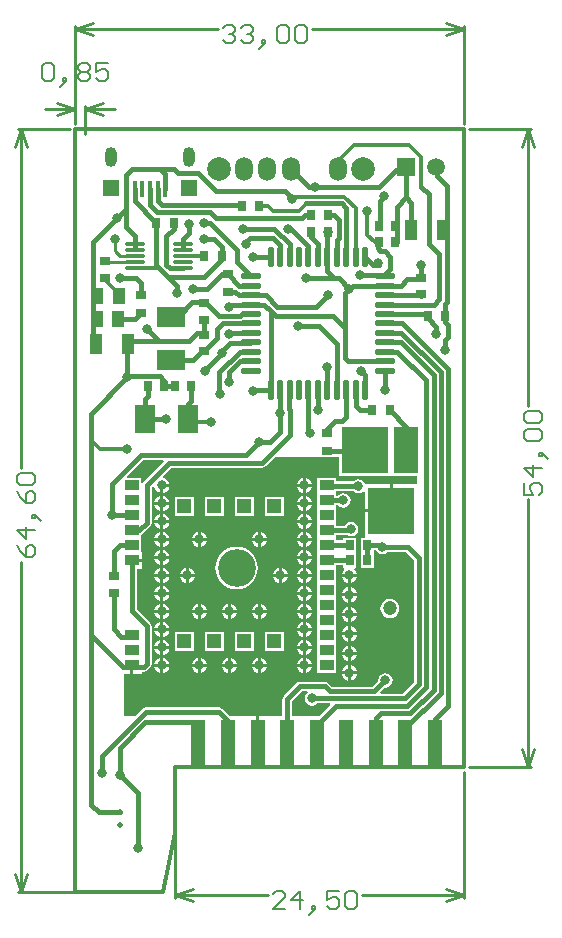
<source format=gtl>
%FSLAX25Y25*%
%MOIN*%
G70*
G01*
G75*
G04 Layer_Physical_Order=1*
G04 Layer_Color=255*
%ADD10R,0.02756X0.03543*%
%ADD11R,0.06693X0.09449*%
%ADD12O,0.06693X0.01181*%
%ADD13O,0.06890X0.02165*%
%ADD14O,0.02165X0.06890*%
%ADD15R,0.15748X0.15748*%
%ADD16R,0.07874X0.15748*%
%ADD17R,0.03543X0.02756*%
%ADD18R,0.01575X0.05315*%
%ADD19R,0.05512X0.05512*%
%ADD20R,0.04724X0.03543*%
%ADD21R,0.05000X0.05000*%
%ADD22R,0.03937X0.05512*%
%ADD23R,0.03150X0.03543*%
%ADD24R,0.04331X0.06693*%
%ADD25R,0.03543X0.03150*%
%ADD26R,0.09449X0.06693*%
%ADD27C,0.01575*%
%ADD28C,0.01181*%
%ADD29C,0.01378*%
%ADD30C,0.00984*%
%ADD31C,0.01000*%
%ADD32C,0.00600*%
%ADD33C,0.07874*%
%ADD34O,0.05906X0.07874*%
%ADD35O,0.03937X0.06693*%
%ADD36R,0.05906X0.05906*%
%ADD37C,0.05906*%
%ADD38C,0.12598*%
%ADD39R,0.04724X0.15748*%
%ADD40C,0.03150*%
%ADD41C,0.01969*%
%ADD42C,0.04724*%
G36*
X113116Y97916D02*
X112797Y97703D01*
X112275Y96922D01*
X112092Y96000D01*
X112275Y95078D01*
X112797Y94297D01*
X113578Y93775D01*
X114500Y93591D01*
X115422Y93775D01*
X116203Y94297D01*
X116268Y94394D01*
X120470D01*
X120662Y93932D01*
X116729Y90000D01*
X107905D01*
Y95134D01*
X111165Y98394D01*
X112970D01*
X113116Y97916D01*
D02*
G37*
G36*
X65162Y174932D02*
X58365Y168135D01*
X58128Y167781D01*
X57650Y167927D01*
Y169559D01*
X52983D01*
X52792Y170021D01*
X58165Y175394D01*
X64970D01*
X65162Y174932D01*
D02*
G37*
G36*
X123480Y170311D02*
X140803D01*
Y170311D01*
X140803D01*
X140803Y170311D01*
X141197D01*
Y170311D01*
X149500D01*
Y167374D01*
X141500D01*
Y158500D01*
X141000D01*
Y158000D01*
X132126D01*
Y149626D01*
D01*
Y149626D01*
X132059Y149559D01*
X130787D01*
Y144441D01*
Y139441D01*
X135118D01*
Y144441D01*
Y145394D01*
X135898D01*
X136297Y144797D01*
X137078Y144275D01*
X138000Y144091D01*
X138922Y144275D01*
X139703Y144797D01*
X139768Y144894D01*
X145835D01*
X148532Y142197D01*
Y101325D01*
X144813Y97606D01*
X137530D01*
X137338Y98068D01*
X138885Y99614D01*
X139000Y99591D01*
X139922Y99775D01*
X140703Y100297D01*
X141225Y101078D01*
X141409Y102000D01*
X141225Y102922D01*
X140703Y103703D01*
X139922Y104225D01*
X139000Y104409D01*
X138078Y104225D01*
X137297Y103703D01*
X136775Y102922D01*
X136591Y102000D01*
X136614Y101885D01*
X134697Y99968D01*
X121165D01*
X119998Y101135D01*
X119477Y101483D01*
X119375Y101504D01*
X118862Y101606D01*
X118862Y101606D01*
X110500D01*
X109886Y101483D01*
X109365Y101135D01*
X109365Y101135D01*
X105164Y96935D01*
X104816Y96414D01*
X104796Y96312D01*
X104694Y95799D01*
X104694Y95799D01*
Y90000D01*
X96945D01*
Y81102D01*
X95945D01*
Y90000D01*
X87271D01*
X84635Y92635D01*
X84114Y92983D01*
X84013Y93004D01*
X83500Y93106D01*
X83500Y93106D01*
X59159D01*
X58545Y92983D01*
X58024Y92635D01*
X58024Y92635D01*
X55389Y90000D01*
X52040D01*
X52000Y90047D01*
Y104228D01*
X54000D01*
Y107000D01*
X55000D01*
Y104228D01*
X57862D01*
Y104894D01*
X58500D01*
X58500Y104894D01*
X59013Y104996D01*
X59114Y105017D01*
X59635Y105365D01*
X60635Y106365D01*
X60635Y106365D01*
X60983Y106886D01*
X61106Y107500D01*
Y120000D01*
X61106Y120000D01*
X61004Y120512D01*
X60983Y120615D01*
X60635Y121135D01*
X60635Y121135D01*
X56106Y125665D01*
Y139228D01*
X57862D01*
Y141500D01*
X54500D01*
Y142500D01*
X57862D01*
Y144772D01*
X57650D01*
Y149441D01*
Y150540D01*
X58135Y150865D01*
X60635Y153365D01*
X60635Y153365D01*
X60983Y153885D01*
X61106Y154500D01*
Y166335D01*
X61488Y166717D01*
X61961Y166556D01*
X61992Y166328D01*
X62251Y165701D01*
X62664Y165164D01*
X63201Y164751D01*
X63828Y164491D01*
X64000Y164469D01*
Y167000D01*
X64500D01*
Y167500D01*
X67031D01*
X67009Y167672D01*
X66749Y168298D01*
X66336Y168836D01*
X65798Y169249D01*
X65172Y169509D01*
X64944Y169539D01*
X64783Y170012D01*
X67665Y172894D01*
X97954D01*
X97954Y172894D01*
X98467Y172996D01*
X98569Y173017D01*
X99090Y173365D01*
X99090Y173365D01*
X99090Y173365D01*
X102225Y176500D01*
X116941D01*
Y176382D01*
X122059D01*
Y176500D01*
X123480D01*
Y170311D01*
D02*
G37*
%LPC*%
G36*
X112500Y121531D02*
Y119500D01*
X114531D01*
X114508Y119672D01*
X114249Y120299D01*
X113836Y120836D01*
X113298Y121249D01*
X112672Y121509D01*
X112500Y121531D01*
D02*
G37*
G36*
X126500Y123500D02*
X124469D01*
X124492Y123328D01*
X124751Y122702D01*
X125164Y122164D01*
X125701Y121751D01*
X126328Y121492D01*
X126500Y121469D01*
Y123500D01*
D02*
G37*
G36*
X65000Y121531D02*
Y119500D01*
X67031D01*
X67009Y119672D01*
X66749Y120299D01*
X66336Y120836D01*
X65798Y121249D01*
X65172Y121509D01*
X65000Y121531D01*
D02*
G37*
G36*
X111500D02*
X111328Y121509D01*
X110702Y121249D01*
X110164Y120836D01*
X109751Y120299D01*
X109492Y119672D01*
X109469Y119500D01*
X111500D01*
Y121531D01*
D02*
G37*
G36*
X129531Y123500D02*
X127500D01*
Y121469D01*
X127672Y121492D01*
X128298Y121751D01*
X128836Y122164D01*
X129249Y122702D01*
X129508Y123328D01*
X129531Y123500D01*
D02*
G37*
G36*
X76500Y124500D02*
X74469D01*
X74492Y124328D01*
X74751Y123702D01*
X75164Y123164D01*
X75701Y122751D01*
X76328Y122492D01*
X76500Y122469D01*
Y124500D01*
D02*
G37*
G36*
X79531D02*
X77500D01*
Y122469D01*
X77672Y122492D01*
X78298Y122751D01*
X78836Y123164D01*
X79249Y123702D01*
X79509Y124328D01*
X79531Y124500D01*
D02*
G37*
G36*
X64000D02*
X61969D01*
X61992Y124328D01*
X62251Y123702D01*
X62664Y123164D01*
X63201Y122751D01*
X63828Y122492D01*
X64000Y122469D01*
Y124500D01*
D02*
G37*
G36*
X67031D02*
X65000D01*
Y122469D01*
X65172Y122492D01*
X65798Y122751D01*
X66336Y123164D01*
X66749Y123702D01*
X67009Y124328D01*
X67031Y124500D01*
D02*
G37*
G36*
X64000Y121531D02*
X63828Y121509D01*
X63201Y121249D01*
X62664Y120836D01*
X62251Y120299D01*
X61992Y119672D01*
X61969Y119500D01*
X64000D01*
Y121531D01*
D02*
G37*
G36*
X129531Y117000D02*
X127500D01*
Y114969D01*
X127672Y114991D01*
X128298Y115251D01*
X128836Y115664D01*
X129249Y116201D01*
X129508Y116828D01*
X129531Y117000D01*
D02*
G37*
G36*
X64000Y118500D02*
X61969D01*
X61992Y118328D01*
X62251Y117701D01*
X62664Y117164D01*
X63201Y116751D01*
X63828Y116491D01*
X64000Y116469D01*
Y118500D01*
D02*
G37*
G36*
X112500Y115531D02*
Y113500D01*
X114531D01*
X114508Y113672D01*
X114249Y114298D01*
X113836Y114836D01*
X113298Y115249D01*
X112672Y115508D01*
X112500Y115531D01*
D02*
G37*
G36*
X126500Y117000D02*
X124469D01*
X124492Y116828D01*
X124751Y116201D01*
X125164Y115664D01*
X125701Y115251D01*
X126328Y114991D01*
X126500Y114969D01*
Y117000D01*
D02*
G37*
G36*
X67031Y118500D02*
X65000D01*
Y116469D01*
X65172Y116491D01*
X65798Y116751D01*
X66336Y117164D01*
X66749Y117701D01*
X67009Y118328D01*
X67031Y118500D01*
D02*
G37*
G36*
X126500Y120031D02*
X126328Y120009D01*
X125701Y119749D01*
X125164Y119336D01*
X124751Y118798D01*
X124492Y118172D01*
X124469Y118000D01*
X126500D01*
Y120031D01*
D02*
G37*
G36*
X127500D02*
Y118000D01*
X129531D01*
X129508Y118172D01*
X129249Y118798D01*
X128836Y119336D01*
X128298Y119749D01*
X127672Y120009D01*
X127500Y120031D01*
D02*
G37*
G36*
X111500Y118500D02*
X109469D01*
X109492Y118328D01*
X109751Y117701D01*
X110164Y117164D01*
X110702Y116751D01*
X111328Y116491D01*
X111500Y116469D01*
Y118500D01*
D02*
G37*
G36*
X114531D02*
X112500D01*
Y116469D01*
X112672Y116491D01*
X113298Y116751D01*
X113836Y117164D01*
X114249Y117701D01*
X114508Y118328D01*
X114531Y118500D01*
D02*
G37*
G36*
X86500Y124500D02*
X84469D01*
X84491Y124328D01*
X84751Y123702D01*
X85164Y123164D01*
X85702Y122751D01*
X86328Y122492D01*
X86500Y122469D01*
Y124500D01*
D02*
G37*
G36*
Y127531D02*
X86328Y127508D01*
X85702Y127249D01*
X85164Y126836D01*
X84751Y126298D01*
X84491Y125672D01*
X84469Y125500D01*
X86500D01*
Y127531D01*
D02*
G37*
G36*
X87500D02*
Y125500D01*
X89531D01*
X89508Y125672D01*
X89249Y126298D01*
X88836Y126836D01*
X88298Y127249D01*
X87672Y127508D01*
X87500Y127531D01*
D02*
G37*
G36*
X76500D02*
X76328Y127508D01*
X75701Y127249D01*
X75164Y126836D01*
X74751Y126298D01*
X74492Y125672D01*
X74469Y125500D01*
X76500D01*
Y127531D01*
D02*
G37*
G36*
X77500D02*
Y125500D01*
X79531D01*
X79509Y125672D01*
X79249Y126298D01*
X78836Y126836D01*
X78298Y127249D01*
X77672Y127508D01*
X77500Y127531D01*
D02*
G37*
G36*
X96500D02*
X96328Y127508D01*
X95701Y127249D01*
X95164Y126836D01*
X94751Y126298D01*
X94491Y125672D01*
X94469Y125500D01*
X96500D01*
Y127531D01*
D02*
G37*
G36*
X112500D02*
Y125500D01*
X114531D01*
X114508Y125672D01*
X114249Y126298D01*
X113836Y126836D01*
X113298Y127249D01*
X112672Y127508D01*
X112500Y127531D01*
D02*
G37*
G36*
X126500Y130000D02*
X124469D01*
X124492Y129828D01*
X124751Y129201D01*
X125164Y128664D01*
X125701Y128251D01*
X126328Y127991D01*
X126500Y127969D01*
Y130000D01*
D02*
G37*
G36*
X97500Y127531D02*
Y125500D01*
X99531D01*
X99509Y125672D01*
X99249Y126298D01*
X98836Y126836D01*
X98299Y127249D01*
X97672Y127508D01*
X97500Y127531D01*
D02*
G37*
G36*
X111500D02*
X111328Y127508D01*
X110702Y127249D01*
X110164Y126836D01*
X109751Y126298D01*
X109492Y125672D01*
X109469Y125500D01*
X111500D01*
Y127531D01*
D02*
G37*
G36*
X65000D02*
Y125500D01*
X67031D01*
X67009Y125672D01*
X66749Y126298D01*
X66336Y126836D01*
X65798Y127249D01*
X65172Y127508D01*
X65000Y127531D01*
D02*
G37*
G36*
X99531Y124500D02*
X97500D01*
Y122469D01*
X97672Y122492D01*
X98299Y122751D01*
X98836Y123164D01*
X99249Y123702D01*
X99509Y124328D01*
X99531Y124500D01*
D02*
G37*
G36*
X111500D02*
X109469D01*
X109492Y124328D01*
X109751Y123702D01*
X110164Y123164D01*
X110702Y122751D01*
X111328Y122492D01*
X111500Y122469D01*
Y124500D01*
D02*
G37*
G36*
X89531D02*
X87500D01*
Y122469D01*
X87672Y122492D01*
X88298Y122751D01*
X88836Y123164D01*
X89249Y123702D01*
X89508Y124328D01*
X89531Y124500D01*
D02*
G37*
G36*
X96500D02*
X94469D01*
X94491Y124328D01*
X94751Y123702D01*
X95164Y123164D01*
X95701Y122751D01*
X96328Y122492D01*
X96500Y122469D01*
Y124500D01*
D02*
G37*
G36*
X114531D02*
X112500D01*
Y122469D01*
X112672Y122492D01*
X113298Y122751D01*
X113836Y123164D01*
X114249Y123702D01*
X114508Y124328D01*
X114531Y124500D01*
D02*
G37*
G36*
X127500Y126531D02*
Y124500D01*
X129531D01*
X129508Y124672D01*
X129249Y125299D01*
X128836Y125836D01*
X128298Y126249D01*
X127672Y126508D01*
X127500Y126531D01*
D02*
G37*
G36*
X64000Y127531D02*
X63828Y127508D01*
X63201Y127249D01*
X62664Y126836D01*
X62251Y126298D01*
X61992Y125672D01*
X61969Y125500D01*
X64000D01*
Y127531D01*
D02*
G37*
G36*
X140500Y129177D02*
X139678Y129069D01*
X138912Y128751D01*
X138254Y128246D01*
X137749Y127588D01*
X137432Y126822D01*
X137323Y126000D01*
X137432Y125178D01*
X137749Y124412D01*
X138254Y123754D01*
X138912Y123249D01*
X139678Y122932D01*
X140500Y122823D01*
X141322Y122932D01*
X142088Y123249D01*
X142746Y123754D01*
X143251Y124412D01*
X143569Y125178D01*
X143677Y126000D01*
X143569Y126822D01*
X143251Y127588D01*
X142746Y128246D01*
X142088Y128751D01*
X141322Y129069D01*
X140500Y129177D01*
D02*
G37*
G36*
X126500Y126531D02*
X126328Y126508D01*
X125701Y126249D01*
X125164Y125836D01*
X124751Y125299D01*
X124492Y124672D01*
X124469Y124500D01*
X126500D01*
Y126531D01*
D02*
G37*
G36*
Y107031D02*
X126328Y107009D01*
X125701Y106749D01*
X125164Y106336D01*
X124751Y105798D01*
X124492Y105172D01*
X124469Y105000D01*
X126500D01*
Y107031D01*
D02*
G37*
G36*
X127500D02*
Y105000D01*
X129531D01*
X129508Y105172D01*
X129249Y105798D01*
X128836Y106336D01*
X128298Y106749D01*
X127672Y107009D01*
X127500Y107031D01*
D02*
G37*
G36*
X111500Y106500D02*
X109469D01*
X109492Y106328D01*
X109751Y105701D01*
X110164Y105164D01*
X110702Y104751D01*
X111328Y104491D01*
X111500Y104469D01*
Y106500D01*
D02*
G37*
G36*
X114531D02*
X112500D01*
Y104469D01*
X112672Y104491D01*
X113298Y104751D01*
X113836Y105164D01*
X114249Y105701D01*
X114508Y106328D01*
X114531Y106500D01*
D02*
G37*
G36*
X64000Y109531D02*
X63828Y109509D01*
X63201Y109249D01*
X62664Y108836D01*
X62251Y108299D01*
X61992Y107672D01*
X61969Y107500D01*
X64000D01*
Y109531D01*
D02*
G37*
G36*
X77500D02*
Y107500D01*
X79531D01*
X79509Y107672D01*
X79249Y108299D01*
X78836Y108836D01*
X78298Y109249D01*
X77672Y109509D01*
X77500Y109531D01*
D02*
G37*
G36*
X86500D02*
X86328Y109509D01*
X85702Y109249D01*
X85164Y108836D01*
X84751Y108299D01*
X84491Y107672D01*
X84469Y107500D01*
X86500D01*
Y109531D01*
D02*
G37*
G36*
X65000D02*
Y107500D01*
X67031D01*
X67009Y107672D01*
X66749Y108299D01*
X66336Y108836D01*
X65798Y109249D01*
X65172Y109509D01*
X65000Y109531D01*
D02*
G37*
G36*
X76500D02*
X76328Y109509D01*
X75701Y109249D01*
X75164Y108836D01*
X74751Y108299D01*
X74492Y107672D01*
X74469Y107500D01*
X76500D01*
Y109531D01*
D02*
G37*
G36*
X99531Y106500D02*
X97500D01*
Y104469D01*
X97672Y104491D01*
X98299Y104751D01*
X98836Y105164D01*
X99249Y105701D01*
X99509Y106328D01*
X99531Y106500D01*
D02*
G37*
G36*
X64000D02*
X61969D01*
X61992Y106328D01*
X62251Y105701D01*
X62664Y105164D01*
X63201Y104751D01*
X63828Y104491D01*
X64000Y104469D01*
Y106500D01*
D02*
G37*
G36*
X67031D02*
X65000D01*
Y104469D01*
X65172Y104491D01*
X65798Y104751D01*
X66336Y105164D01*
X66749Y105701D01*
X67009Y106328D01*
X67031Y106500D01*
D02*
G37*
G36*
X126500Y104000D02*
X124469D01*
X124492Y103828D01*
X124751Y103201D01*
X125164Y102664D01*
X125701Y102251D01*
X126328Y101991D01*
X126500Y101969D01*
Y104000D01*
D02*
G37*
G36*
X129531D02*
X127500D01*
Y101969D01*
X127672Y101991D01*
X128298Y102251D01*
X128836Y102664D01*
X129249Y103201D01*
X129508Y103828D01*
X129531Y104000D01*
D02*
G37*
G36*
X76500Y106500D02*
X74469D01*
X74492Y106328D01*
X74751Y105701D01*
X75164Y105164D01*
X75701Y104751D01*
X76328Y104491D01*
X76500Y104469D01*
Y106500D01*
D02*
G37*
G36*
X89531D02*
X87500D01*
Y104469D01*
X87672Y104491D01*
X88298Y104751D01*
X88836Y105164D01*
X89249Y105701D01*
X89508Y106328D01*
X89531Y106500D01*
D02*
G37*
G36*
X96500D02*
X94469D01*
X94491Y106328D01*
X94751Y105701D01*
X95164Y105164D01*
X95701Y104751D01*
X96328Y104491D01*
X96500Y104469D01*
Y106500D01*
D02*
G37*
G36*
X79531D02*
X77500D01*
Y104469D01*
X77672Y104491D01*
X78298Y104751D01*
X78836Y105164D01*
X79249Y105701D01*
X79509Y106328D01*
X79531Y106500D01*
D02*
G37*
G36*
X86500D02*
X84469D01*
X84491Y106328D01*
X84751Y105701D01*
X85164Y105164D01*
X85702Y104751D01*
X86328Y104491D01*
X86500Y104469D01*
Y106500D01*
D02*
G37*
G36*
X87500Y109531D02*
Y107500D01*
X89531D01*
X89508Y107672D01*
X89249Y108299D01*
X88836Y108836D01*
X88298Y109249D01*
X87672Y109509D01*
X87500Y109531D01*
D02*
G37*
G36*
X75287Y118287D02*
X68713D01*
Y111713D01*
X75287D01*
Y118287D01*
D02*
G37*
G36*
X85287D02*
X78713D01*
Y111713D01*
X85287D01*
Y118287D01*
D02*
G37*
G36*
X126500Y113531D02*
X126328Y113508D01*
X125701Y113249D01*
X125164Y112836D01*
X124751Y112299D01*
X124492Y111672D01*
X124469Y111500D01*
X126500D01*
Y113531D01*
D02*
G37*
G36*
X127500D02*
Y111500D01*
X129531D01*
X129508Y111672D01*
X129249Y112299D01*
X128836Y112836D01*
X128298Y113249D01*
X127672Y113508D01*
X127500Y113531D01*
D02*
G37*
G36*
X95287Y118287D02*
X88713D01*
Y111713D01*
X95287D01*
Y118287D01*
D02*
G37*
G36*
X65000Y115531D02*
Y113500D01*
X67031D01*
X67009Y113672D01*
X66749Y114298D01*
X66336Y114836D01*
X65798Y115249D01*
X65172Y115508D01*
X65000Y115531D01*
D02*
G37*
G36*
X111500D02*
X111328Y115508D01*
X110702Y115249D01*
X110164Y114836D01*
X109751Y114298D01*
X109492Y113672D01*
X109469Y113500D01*
X111500D01*
Y115531D01*
D02*
G37*
G36*
X105287Y118287D02*
X98713D01*
Y111713D01*
X105287D01*
Y118287D01*
D02*
G37*
G36*
X64000Y115531D02*
X63828Y115508D01*
X63201Y115249D01*
X62664Y114836D01*
X62251Y114298D01*
X61992Y113672D01*
X61969Y113500D01*
X64000D01*
Y115531D01*
D02*
G37*
G36*
X114531Y112500D02*
X112500D01*
Y110469D01*
X112672Y110492D01*
X113298Y110751D01*
X113836Y111164D01*
X114249Y111702D01*
X114508Y112328D01*
X114531Y112500D01*
D02*
G37*
G36*
X111500Y109531D02*
X111328Y109509D01*
X110702Y109249D01*
X110164Y108836D01*
X109751Y108299D01*
X109492Y107672D01*
X109469Y107500D01*
X111500D01*
Y109531D01*
D02*
G37*
G36*
X112500D02*
Y107500D01*
X114531D01*
X114508Y107672D01*
X114249Y108299D01*
X113836Y108836D01*
X113298Y109249D01*
X112672Y109509D01*
X112500Y109531D01*
D02*
G37*
G36*
X96500D02*
X96328Y109509D01*
X95701Y109249D01*
X95164Y108836D01*
X94751Y108299D01*
X94491Y107672D01*
X94469Y107500D01*
X96500D01*
Y109531D01*
D02*
G37*
G36*
X97500D02*
Y107500D01*
X99531D01*
X99509Y107672D01*
X99249Y108299D01*
X98836Y108836D01*
X98299Y109249D01*
X97672Y109509D01*
X97500Y109531D01*
D02*
G37*
G36*
X126500Y110500D02*
X124469D01*
X124492Y110328D01*
X124751Y109702D01*
X125164Y109164D01*
X125701Y108751D01*
X126328Y108492D01*
X126500Y108469D01*
Y110500D01*
D02*
G37*
G36*
X67031Y112500D02*
X65000D01*
Y110469D01*
X65172Y110492D01*
X65798Y110751D01*
X66336Y111164D01*
X66749Y111702D01*
X67009Y112328D01*
X67031Y112500D01*
D02*
G37*
G36*
X111500D02*
X109469D01*
X109492Y112328D01*
X109751Y111702D01*
X110164Y111164D01*
X110702Y110751D01*
X111328Y110492D01*
X111500Y110469D01*
Y112500D01*
D02*
G37*
G36*
X129531Y110500D02*
X127500D01*
Y108469D01*
X127672Y108492D01*
X128298Y108751D01*
X128836Y109164D01*
X129249Y109702D01*
X129508Y110328D01*
X129531Y110500D01*
D02*
G37*
G36*
X64000Y112500D02*
X61969D01*
X61992Y112328D01*
X62251Y111702D01*
X62664Y111164D01*
X63201Y110751D01*
X63828Y110492D01*
X64000Y110469D01*
Y112500D01*
D02*
G37*
G36*
X129531Y130000D02*
X127500D01*
Y127969D01*
X127672Y127991D01*
X128298Y128251D01*
X128836Y128664D01*
X129249Y129201D01*
X129508Y129828D01*
X129531Y130000D01*
D02*
G37*
G36*
X112500Y151531D02*
Y149500D01*
X114531D01*
X114508Y149672D01*
X114249Y150299D01*
X113836Y150836D01*
X113298Y151249D01*
X112672Y151508D01*
X112500Y151531D01*
D02*
G37*
G36*
X64000Y154500D02*
X61969D01*
X61992Y154328D01*
X62251Y153701D01*
X62664Y153164D01*
X63201Y152751D01*
X63828Y152491D01*
X64000Y152469D01*
Y154500D01*
D02*
G37*
G36*
X97500Y151531D02*
Y149500D01*
X99531D01*
X99509Y149672D01*
X99249Y150299D01*
X98836Y150836D01*
X98299Y151249D01*
X97672Y151508D01*
X97500Y151531D01*
D02*
G37*
G36*
X111500D02*
X111328Y151508D01*
X110702Y151249D01*
X110164Y150836D01*
X109751Y150299D01*
X109492Y149672D01*
X109469Y149500D01*
X111500D01*
Y151531D01*
D02*
G37*
G36*
X67031Y154500D02*
X65000D01*
Y152469D01*
X65172Y152491D01*
X65798Y152751D01*
X66336Y153164D01*
X66749Y153701D01*
X67009Y154328D01*
X67031Y154500D01*
D02*
G37*
G36*
X64000Y157531D02*
X63828Y157509D01*
X63201Y157249D01*
X62664Y156836D01*
X62251Y156298D01*
X61992Y155672D01*
X61969Y155500D01*
X64000D01*
Y157531D01*
D02*
G37*
G36*
X65000D02*
Y155500D01*
X67031D01*
X67009Y155672D01*
X66749Y156298D01*
X66336Y156836D01*
X65798Y157249D01*
X65172Y157509D01*
X65000Y157531D01*
D02*
G37*
G36*
X111500Y154500D02*
X109469D01*
X109492Y154328D01*
X109751Y153701D01*
X110164Y153164D01*
X110702Y152751D01*
X111328Y152491D01*
X111500Y152469D01*
Y154500D01*
D02*
G37*
G36*
X114531D02*
X112500D01*
Y152469D01*
X112672Y152491D01*
X113298Y152751D01*
X113836Y153164D01*
X114249Y153701D01*
X114508Y154328D01*
X114531Y154500D01*
D02*
G37*
G36*
X96500Y151531D02*
X96328Y151508D01*
X95701Y151249D01*
X95164Y150836D01*
X94751Y150299D01*
X94491Y149672D01*
X94469Y149500D01*
X96500D01*
Y151531D01*
D02*
G37*
G36*
X99531Y148500D02*
X97500D01*
Y146469D01*
X97672Y146492D01*
X98299Y146751D01*
X98836Y147164D01*
X99249Y147702D01*
X99509Y148328D01*
X99531Y148500D01*
D02*
G37*
G36*
X111500D02*
X109469D01*
X109492Y148328D01*
X109751Y147702D01*
X110164Y147164D01*
X110702Y146751D01*
X111328Y146492D01*
X111500Y146469D01*
Y148500D01*
D02*
G37*
G36*
X79531D02*
X77500D01*
Y146469D01*
X77672Y146492D01*
X78298Y146751D01*
X78836Y147164D01*
X79249Y147702D01*
X79509Y148328D01*
X79531Y148500D01*
D02*
G37*
G36*
X96500D02*
X94469D01*
X94491Y148328D01*
X94751Y147702D01*
X95164Y147164D01*
X95701Y146751D01*
X96328Y146492D01*
X96500Y146469D01*
Y148500D01*
D02*
G37*
G36*
X114531D02*
X112500D01*
Y146469D01*
X112672Y146492D01*
X113298Y146751D01*
X113836Y147164D01*
X114249Y147702D01*
X114508Y148328D01*
X114531Y148500D01*
D02*
G37*
G36*
X76500Y151531D02*
X76328Y151508D01*
X75701Y151249D01*
X75164Y150836D01*
X74751Y150299D01*
X74492Y149672D01*
X74469Y149500D01*
X76500D01*
Y151531D01*
D02*
G37*
G36*
X77500D02*
Y149500D01*
X79531D01*
X79509Y149672D01*
X79249Y150299D01*
X78836Y150836D01*
X78298Y151249D01*
X77672Y151508D01*
X77500Y151531D01*
D02*
G37*
G36*
X64000D02*
X63828Y151508D01*
X63201Y151249D01*
X62664Y150836D01*
X62251Y150299D01*
X61992Y149672D01*
X61969Y149500D01*
X64000D01*
Y151531D01*
D02*
G37*
G36*
X65000D02*
Y149500D01*
X67031D01*
X67009Y149672D01*
X66749Y150299D01*
X66336Y150836D01*
X65798Y151249D01*
X65172Y151508D01*
X65000Y151531D01*
D02*
G37*
G36*
X111500Y157531D02*
X111328Y157509D01*
X110702Y157249D01*
X110164Y156836D01*
X109751Y156298D01*
X109492Y155672D01*
X109469Y155500D01*
X111500D01*
Y157531D01*
D02*
G37*
G36*
Y163531D02*
X111328Y163508D01*
X110702Y163249D01*
X110164Y162836D01*
X109751Y162299D01*
X109492Y161672D01*
X109469Y161500D01*
X111500D01*
Y163531D01*
D02*
G37*
G36*
X112500D02*
Y161500D01*
X114531D01*
X114508Y161672D01*
X114249Y162299D01*
X113836Y162836D01*
X113298Y163249D01*
X112672Y163508D01*
X112500Y163531D01*
D02*
G37*
G36*
X64000D02*
X63828Y163508D01*
X63201Y163249D01*
X62664Y162836D01*
X62251Y162299D01*
X61992Y161672D01*
X61969Y161500D01*
X64000D01*
Y163531D01*
D02*
G37*
G36*
X65000D02*
Y161500D01*
X67031D01*
X67009Y161672D01*
X66749Y162299D01*
X66336Y162836D01*
X65798Y163249D01*
X65172Y163508D01*
X65000Y163531D01*
D02*
G37*
G36*
X67031Y166500D02*
X65000D01*
Y164469D01*
X65172Y164491D01*
X65798Y164751D01*
X66336Y165164D01*
X66749Y165701D01*
X67009Y166328D01*
X67031Y166500D01*
D02*
G37*
G36*
X111500Y169531D02*
X111328Y169509D01*
X110702Y169249D01*
X110164Y168836D01*
X109751Y168298D01*
X109492Y167672D01*
X109469Y167500D01*
X111500D01*
Y169531D01*
D02*
G37*
G36*
X112500D02*
Y167500D01*
X114531D01*
X114508Y167672D01*
X114249Y168298D01*
X113836Y168836D01*
X113298Y169249D01*
X112672Y169509D01*
X112500Y169531D01*
D02*
G37*
G36*
X111500Y166500D02*
X109469D01*
X109492Y166328D01*
X109751Y165701D01*
X110164Y165164D01*
X110702Y164751D01*
X111328Y164491D01*
X111500Y164469D01*
Y166500D01*
D02*
G37*
G36*
X114531D02*
X112500D01*
Y164469D01*
X112672Y164491D01*
X113298Y164751D01*
X113836Y165164D01*
X114249Y165701D01*
X114508Y166328D01*
X114531Y166500D01*
D02*
G37*
G36*
X122650Y169559D02*
X116350D01*
Y164441D01*
Y159441D01*
Y154441D01*
Y149441D01*
Y144441D01*
Y139441D01*
Y134441D01*
Y129441D01*
Y124441D01*
Y119441D01*
Y114441D01*
Y109441D01*
Y104441D01*
X122650D01*
Y109441D01*
Y114441D01*
Y119441D01*
Y124441D01*
Y129441D01*
Y134441D01*
Y139441D01*
Y140442D01*
X124882D01*
Y139441D01*
X125174D01*
X125335Y138968D01*
X125164Y138836D01*
X124751Y138298D01*
X124492Y137672D01*
X124469Y137500D01*
X129531D01*
X129508Y137672D01*
X129249Y138298D01*
X128836Y138836D01*
X128665Y138968D01*
X128826Y139441D01*
X129213D01*
Y144441D01*
Y149559D01*
X124882D01*
Y148653D01*
X122650D01*
Y149441D01*
Y150394D01*
X126400D01*
X126578Y150275D01*
X127500Y150092D01*
X128422Y150275D01*
X129203Y150797D01*
X129725Y151578D01*
X129909Y152500D01*
X129725Y153422D01*
X129203Y154203D01*
X128422Y154725D01*
X127500Y154909D01*
X126578Y154725D01*
X125797Y154203D01*
X125398Y153606D01*
X122650D01*
Y154441D01*
Y159441D01*
Y160394D01*
X123232D01*
X123297Y160297D01*
X124078Y159775D01*
X125000Y159591D01*
X125922Y159775D01*
X126703Y160297D01*
X127225Y161078D01*
X127409Y162000D01*
X127225Y162922D01*
X126703Y163703D01*
X125922Y164225D01*
X125000Y164409D01*
X124078Y164225D01*
X123297Y163703D01*
X123232Y163606D01*
X122650D01*
Y164441D01*
Y165144D01*
X128232D01*
X128297Y165047D01*
X129078Y164525D01*
X130000Y164341D01*
X130922Y164525D01*
X131685Y165035D01*
X132126Y164799D01*
Y159000D01*
X140500D01*
Y167374D01*
X132284D01*
X132225Y167672D01*
X131703Y168453D01*
X130922Y168975D01*
X130000Y169158D01*
X129078Y168975D01*
X128297Y168453D01*
X128232Y168356D01*
X122650D01*
Y169559D01*
D02*
G37*
G36*
X85287Y163287D02*
X78713D01*
Y156713D01*
X85287D01*
Y163287D01*
D02*
G37*
G36*
X95287D02*
X88713D01*
Y156713D01*
X95287D01*
Y163287D01*
D02*
G37*
G36*
X112500Y157531D02*
Y155500D01*
X114531D01*
X114508Y155672D01*
X114249Y156298D01*
X113836Y156836D01*
X113298Y157249D01*
X112672Y157509D01*
X112500Y157531D01*
D02*
G37*
G36*
X75287Y163287D02*
X68713D01*
Y156713D01*
X75287D01*
Y163287D01*
D02*
G37*
G36*
X105287D02*
X98713D01*
Y156713D01*
X105287D01*
Y163287D01*
D02*
G37*
G36*
X111500Y160500D02*
X109469D01*
X109492Y160328D01*
X109751Y159702D01*
X110164Y159164D01*
X110702Y158751D01*
X111328Y158492D01*
X111500Y158469D01*
Y160500D01*
D02*
G37*
G36*
X114531D02*
X112500D01*
Y158469D01*
X112672Y158492D01*
X113298Y158751D01*
X113836Y159164D01*
X114249Y159702D01*
X114508Y160328D01*
X114531Y160500D01*
D02*
G37*
G36*
X64000D02*
X61969D01*
X61992Y160328D01*
X62251Y159702D01*
X62664Y159164D01*
X63201Y158751D01*
X63828Y158492D01*
X64000Y158469D01*
Y160500D01*
D02*
G37*
G36*
X67031D02*
X65000D01*
Y158469D01*
X65172Y158492D01*
X65798Y158751D01*
X66336Y159164D01*
X66749Y159702D01*
X67009Y160328D01*
X67031Y160500D01*
D02*
G37*
G36*
X76500Y148500D02*
X74469D01*
X74492Y148328D01*
X74751Y147702D01*
X75164Y147164D01*
X75701Y146751D01*
X76328Y146492D01*
X76500Y146469D01*
Y148500D01*
D02*
G37*
G36*
X67031Y136500D02*
X65000D01*
Y134469D01*
X65172Y134492D01*
X65798Y134751D01*
X66336Y135164D01*
X66749Y135702D01*
X67009Y136328D01*
X67031Y136500D01*
D02*
G37*
G36*
X72500D02*
X70469D01*
X70491Y136328D01*
X70751Y135702D01*
X71164Y135164D01*
X71702Y134751D01*
X72328Y134492D01*
X72500Y134469D01*
Y136500D01*
D02*
G37*
G36*
X89382Y146601D02*
X87993Y146464D01*
X86657Y146059D01*
X85426Y145401D01*
X84347Y144516D01*
X83461Y143437D01*
X82803Y142205D01*
X82398Y140869D01*
X82261Y139480D01*
X82398Y138091D01*
X82803Y136755D01*
X83461Y135524D01*
X84347Y134445D01*
X85426Y133560D01*
X86657Y132902D01*
X87993Y132496D01*
X89382Y132359D01*
X90771Y132496D01*
X92107Y132902D01*
X93338Y133560D01*
X94417Y134445D01*
X95303Y135524D01*
X95961Y136755D01*
X96366Y138091D01*
X96503Y139480D01*
X96366Y140869D01*
X95961Y142205D01*
X95303Y143437D01*
X94417Y144516D01*
X93338Y145401D01*
X92107Y146059D01*
X90771Y146464D01*
X89382Y146601D01*
D02*
G37*
G36*
X64000Y136500D02*
X61969D01*
X61992Y136328D01*
X62251Y135702D01*
X62664Y135164D01*
X63201Y134751D01*
X63828Y134492D01*
X64000Y134469D01*
Y136500D01*
D02*
G37*
G36*
X75531D02*
X73500D01*
Y134469D01*
X73672Y134492D01*
X74299Y134751D01*
X74836Y135164D01*
X75249Y135702D01*
X75508Y136328D01*
X75531Y136500D01*
D02*
G37*
G36*
X111500D02*
X109469D01*
X109492Y136328D01*
X109751Y135702D01*
X110164Y135164D01*
X110702Y134751D01*
X111328Y134492D01*
X111500Y134469D01*
Y136500D01*
D02*
G37*
G36*
X114531D02*
X112500D01*
Y134469D01*
X112672Y134492D01*
X113298Y134751D01*
X113836Y135164D01*
X114249Y135702D01*
X114508Y136328D01*
X114531Y136500D01*
D02*
G37*
G36*
X103500D02*
X101469D01*
X101491Y136328D01*
X101751Y135702D01*
X102164Y135164D01*
X102701Y134751D01*
X103328Y134492D01*
X103500Y134469D01*
Y136500D01*
D02*
G37*
G36*
X106531D02*
X104500D01*
Y134469D01*
X104672Y134492D01*
X105298Y134751D01*
X105836Y135164D01*
X106249Y135702D01*
X106509Y136328D01*
X106531Y136500D01*
D02*
G37*
G36*
X112500Y133531D02*
Y131500D01*
X114531D01*
X114508Y131672D01*
X114249Y132299D01*
X113836Y132836D01*
X113298Y133249D01*
X112672Y133509D01*
X112500Y133531D01*
D02*
G37*
G36*
X111500Y130500D02*
X109469D01*
X109492Y130328D01*
X109751Y129701D01*
X110164Y129164D01*
X110702Y128751D01*
X111328Y128491D01*
X111500Y128469D01*
Y130500D01*
D02*
G37*
G36*
X114531D02*
X112500D01*
Y128469D01*
X112672Y128491D01*
X113298Y128751D01*
X113836Y129164D01*
X114249Y129701D01*
X114508Y130328D01*
X114531Y130500D01*
D02*
G37*
G36*
X64000D02*
X61969D01*
X61992Y130328D01*
X62251Y129701D01*
X62664Y129164D01*
X63201Y128751D01*
X63828Y128491D01*
X64000Y128469D01*
Y130500D01*
D02*
G37*
G36*
X67031D02*
X65000D01*
Y128469D01*
X65172Y128491D01*
X65798Y128751D01*
X66336Y129164D01*
X66749Y129701D01*
X67009Y130328D01*
X67031Y130500D01*
D02*
G37*
G36*
X126500Y133031D02*
X126328Y133009D01*
X125701Y132749D01*
X125164Y132336D01*
X124751Y131799D01*
X124492Y131172D01*
X124469Y131000D01*
X126500D01*
Y133031D01*
D02*
G37*
G36*
X65000Y133531D02*
Y131500D01*
X67031D01*
X67009Y131672D01*
X66749Y132299D01*
X66336Y132836D01*
X65798Y133249D01*
X65172Y133509D01*
X65000Y133531D01*
D02*
G37*
G36*
X111500D02*
X111328Y133509D01*
X110702Y133249D01*
X110164Y132836D01*
X109751Y132299D01*
X109492Y131672D01*
X109469Y131500D01*
X111500D01*
Y133531D01*
D02*
G37*
G36*
X127500Y133031D02*
Y131000D01*
X129531D01*
X129508Y131172D01*
X129249Y131799D01*
X128836Y132336D01*
X128298Y132749D01*
X127672Y133009D01*
X127500Y133031D01*
D02*
G37*
G36*
X64000Y133531D02*
X63828Y133509D01*
X63201Y133249D01*
X62664Y132836D01*
X62251Y132299D01*
X61992Y131672D01*
X61969Y131500D01*
X64000D01*
Y133531D01*
D02*
G37*
G36*
X126500Y136500D02*
X124469D01*
X124492Y136328D01*
X124751Y135702D01*
X125164Y135164D01*
X125701Y134751D01*
X126328Y134492D01*
X126500Y134469D01*
Y136500D01*
D02*
G37*
G36*
X114531Y142500D02*
X112500D01*
Y140469D01*
X112672Y140491D01*
X113298Y140751D01*
X113836Y141164D01*
X114249Y141701D01*
X114508Y142328D01*
X114531Y142500D01*
D02*
G37*
G36*
X64000Y145531D02*
X63828Y145509D01*
X63201Y145249D01*
X62664Y144836D01*
X62251Y144299D01*
X61992Y143672D01*
X61969Y143500D01*
X64000D01*
Y145531D01*
D02*
G37*
G36*
X67031Y142500D02*
X65000D01*
Y140469D01*
X65172Y140491D01*
X65798Y140751D01*
X66336Y141164D01*
X66749Y141701D01*
X67009Y142328D01*
X67031Y142500D01*
D02*
G37*
G36*
X111500D02*
X109469D01*
X109492Y142328D01*
X109751Y141701D01*
X110164Y141164D01*
X110702Y140751D01*
X111328Y140491D01*
X111500Y140469D01*
Y142500D01*
D02*
G37*
G36*
X65000Y145531D02*
Y143500D01*
X67031D01*
X67009Y143672D01*
X66749Y144299D01*
X66336Y144836D01*
X65798Y145249D01*
X65172Y145509D01*
X65000Y145531D01*
D02*
G37*
G36*
X64000Y148500D02*
X61969D01*
X61992Y148328D01*
X62251Y147702D01*
X62664Y147164D01*
X63201Y146751D01*
X63828Y146492D01*
X64000Y146469D01*
Y148500D01*
D02*
G37*
G36*
X67031D02*
X65000D01*
Y146469D01*
X65172Y146492D01*
X65798Y146751D01*
X66336Y147164D01*
X66749Y147702D01*
X67009Y148328D01*
X67031Y148500D01*
D02*
G37*
G36*
X111500Y145531D02*
X111328Y145509D01*
X110702Y145249D01*
X110164Y144836D01*
X109751Y144299D01*
X109492Y143672D01*
X109469Y143500D01*
X111500D01*
Y145531D01*
D02*
G37*
G36*
X112500D02*
Y143500D01*
X114531D01*
X114508Y143672D01*
X114249Y144299D01*
X113836Y144836D01*
X113298Y145249D01*
X112672Y145509D01*
X112500Y145531D01*
D02*
G37*
G36*
X64000Y142500D02*
X61969D01*
X61992Y142328D01*
X62251Y141701D01*
X62664Y141164D01*
X63201Y140751D01*
X63828Y140491D01*
X64000Y140469D01*
Y142500D01*
D02*
G37*
G36*
X65000Y139531D02*
Y137500D01*
X67031D01*
X67009Y137672D01*
X66749Y138298D01*
X66336Y138836D01*
X65798Y139249D01*
X65172Y139508D01*
X65000Y139531D01*
D02*
G37*
G36*
X72500D02*
X72328Y139508D01*
X71702Y139249D01*
X71164Y138836D01*
X70751Y138298D01*
X70491Y137672D01*
X70469Y137500D01*
X72500D01*
Y139531D01*
D02*
G37*
G36*
X129531Y136500D02*
X127500D01*
Y134469D01*
X127672Y134492D01*
X128298Y134751D01*
X128836Y135164D01*
X129249Y135702D01*
X129508Y136328D01*
X129531Y136500D01*
D02*
G37*
G36*
X64000Y139531D02*
X63828Y139508D01*
X63201Y139249D01*
X62664Y138836D01*
X62251Y138298D01*
X61992Y137672D01*
X61969Y137500D01*
X64000D01*
Y139531D01*
D02*
G37*
G36*
X73500D02*
Y137500D01*
X75531D01*
X75508Y137672D01*
X75249Y138298D01*
X74836Y138836D01*
X74299Y139249D01*
X73672Y139508D01*
X73500Y139531D01*
D02*
G37*
G36*
X111500D02*
X111328Y139508D01*
X110702Y139249D01*
X110164Y138836D01*
X109751Y138298D01*
X109492Y137672D01*
X109469Y137500D01*
X111500D01*
Y139531D01*
D02*
G37*
G36*
X112500D02*
Y137500D01*
X114531D01*
X114508Y137672D01*
X114249Y138298D01*
X113836Y138836D01*
X113298Y139249D01*
X112672Y139508D01*
X112500Y139531D01*
D02*
G37*
G36*
X103500D02*
X103328Y139508D01*
X102701Y139249D01*
X102164Y138836D01*
X101751Y138298D01*
X101491Y137672D01*
X101469Y137500D01*
X103500D01*
Y139531D01*
D02*
G37*
G36*
X104500D02*
Y137500D01*
X106531D01*
X106509Y137672D01*
X106249Y138298D01*
X105836Y138836D01*
X105298Y139249D01*
X104672Y139508D01*
X104500Y139531D01*
D02*
G37*
%LPD*%
D10*
X153047Y223500D02*
D03*
X158953D02*
D03*
X96953Y260000D02*
D03*
X91047D02*
D03*
X119945Y257000D02*
D03*
X114039D02*
D03*
X132953Y147000D02*
D03*
X127047D02*
D03*
X132953Y142000D02*
D03*
X127047D02*
D03*
X140453Y192000D02*
D03*
X134547D02*
D03*
X62547Y254500D02*
D03*
X68453D02*
D03*
X84453Y243500D02*
D03*
X78547D02*
D03*
D11*
X73283Y189000D02*
D03*
X58716D02*
D03*
D12*
X71571Y239563D02*
D03*
Y241531D02*
D03*
Y243500D02*
D03*
Y245468D02*
D03*
Y247437D02*
D03*
X55429Y239563D02*
D03*
Y241531D02*
D03*
Y243500D02*
D03*
Y245468D02*
D03*
Y247437D02*
D03*
D13*
X138744Y236748D02*
D03*
Y233598D02*
D03*
Y230449D02*
D03*
Y227299D02*
D03*
Y224150D02*
D03*
Y221000D02*
D03*
Y217850D02*
D03*
Y214701D02*
D03*
Y211551D02*
D03*
Y208402D02*
D03*
Y205252D02*
D03*
X94256D02*
D03*
Y208402D02*
D03*
Y211551D02*
D03*
Y214701D02*
D03*
Y217850D02*
D03*
Y221000D02*
D03*
Y224150D02*
D03*
Y227299D02*
D03*
Y230449D02*
D03*
Y233598D02*
D03*
Y236748D02*
D03*
D14*
X132248Y198756D02*
D03*
X129098D02*
D03*
X125949D02*
D03*
X122799D02*
D03*
X119650D02*
D03*
X116500D02*
D03*
X113350D02*
D03*
X110201D02*
D03*
X107051D02*
D03*
X103902D02*
D03*
X100752D02*
D03*
Y243244D02*
D03*
X103902D02*
D03*
X107051D02*
D03*
X110201D02*
D03*
X113350D02*
D03*
X116500D02*
D03*
X119650D02*
D03*
X122799D02*
D03*
X125949D02*
D03*
X129098D02*
D03*
X132248D02*
D03*
D15*
X141000Y158500D02*
D03*
X132142Y178972D02*
D03*
D16*
X145921D02*
D03*
D17*
X48492Y131047D02*
D03*
Y136953D02*
D03*
X45500Y241953D02*
D03*
Y236047D02*
D03*
X57500Y230453D02*
D03*
Y224547D02*
D03*
X119500Y178547D02*
D03*
Y184453D02*
D03*
X86500Y237453D02*
D03*
Y231547D02*
D03*
D18*
X55374Y265968D02*
D03*
X57933D02*
D03*
X60492D02*
D03*
X63051D02*
D03*
X65610D02*
D03*
D19*
X73484Y266067D02*
D03*
X47500D02*
D03*
D20*
X54500Y167000D02*
D03*
Y117000D02*
D03*
Y112000D02*
D03*
Y107000D02*
D03*
X119500D02*
D03*
Y112000D02*
D03*
Y117000D02*
D03*
Y122000D02*
D03*
Y127000D02*
D03*
Y132000D02*
D03*
Y137000D02*
D03*
Y142000D02*
D03*
Y147000D02*
D03*
Y152000D02*
D03*
X54500Y162000D02*
D03*
Y157000D02*
D03*
Y152000D02*
D03*
Y147000D02*
D03*
Y142000D02*
D03*
X119500Y157000D02*
D03*
Y162000D02*
D03*
Y167000D02*
D03*
D21*
X82000Y115000D02*
D03*
X72000D02*
D03*
X92000D02*
D03*
X102000D02*
D03*
X72000Y160000D02*
D03*
X82000D02*
D03*
X92000D02*
D03*
X102000D02*
D03*
D22*
X50043Y230000D02*
D03*
X42957D02*
D03*
X50000Y222500D02*
D03*
X42913D02*
D03*
D23*
X65256Y200000D02*
D03*
X59744D02*
D03*
X68744Y200000D02*
D03*
X74256D02*
D03*
X142256Y248000D02*
D03*
X136744D02*
D03*
X114236Y251500D02*
D03*
X119748D02*
D03*
X142256Y253500D02*
D03*
X136744D02*
D03*
D24*
X158315Y252000D02*
D03*
X147685D02*
D03*
X42685Y214000D02*
D03*
X53315D02*
D03*
D25*
X78500Y222244D02*
D03*
Y227756D02*
D03*
X78500Y217256D02*
D03*
Y211744D02*
D03*
X151000Y236256D02*
D03*
Y230744D02*
D03*
D26*
X67500Y208717D02*
D03*
Y223284D02*
D03*
D27*
X159000Y212000D02*
Y215595D01*
X155118Y98959D02*
Y203701D01*
X144118Y214701D02*
X155118Y203701D01*
X138736Y214701D02*
X144118D01*
X157480Y97980D02*
Y204679D01*
X144309Y217850D02*
X157480Y204679D01*
X138736Y217850D02*
X144309D01*
X159843Y93343D02*
Y205658D01*
X144500Y221000D02*
X159843Y205658D01*
X138736Y221000D02*
X144500D01*
X156000Y217500D02*
Y219907D01*
X159819Y216414D02*
Y220542D01*
X159000Y215595D02*
X159819Y216414D01*
X107484Y272500D02*
X113484Y266500D01*
X146000Y263000D02*
Y272000D01*
X142500D02*
X146000D01*
X137000Y266500D02*
X142500Y272000D01*
X132158Y237000D02*
X138484D01*
X140650Y239165D01*
Y243305D01*
X136500Y241000D02*
X137000Y240500D01*
X138805Y245150D02*
X140650Y243305D01*
X137350Y245150D02*
X138805D01*
X136500Y246000D02*
X137350Y245150D01*
X134984Y240500D02*
X137000D01*
X136500Y246000D02*
Y248000D01*
X155500Y81500D02*
Y89000D01*
X159843Y93343D01*
X137500Y91000D02*
X147159D01*
X135827Y89327D02*
X137500Y91000D01*
X135827Y85039D02*
Y89327D01*
X86500Y80500D02*
Y88500D01*
X83500Y91500D02*
X86500Y88500D01*
X59159Y91500D02*
X83500D01*
X44500Y76841D02*
X59159Y91500D01*
X76500Y80500D02*
Y86012D01*
X44500Y71000D02*
Y76841D01*
X74512Y88000D02*
X76500Y86012D01*
X59000Y88000D02*
X74512D01*
X50500Y79500D02*
X59000Y88000D01*
X50500Y70500D02*
Y79500D01*
X56500Y46000D02*
Y64500D01*
X50500Y70500D02*
X56500Y64500D01*
X159650Y228150D02*
Y266850D01*
X156250Y270250D02*
X159650Y266850D01*
X156250Y270250D02*
Y271250D01*
X153500Y247500D02*
Y264000D01*
X151000Y266500D02*
X153500Y264000D01*
X146000Y263000D02*
X147685Y261315D01*
Y252000D02*
Y261315D01*
X142756Y259756D02*
X146000Y263000D01*
X142756Y248000D02*
Y259756D01*
X157000Y240500D02*
Y244000D01*
X146248Y235756D02*
X151000D01*
X151000Y235756D02*
Y240500D01*
X132240Y243244D02*
X134984Y240500D01*
X137244Y253500D02*
Y261744D01*
X138500Y263000D01*
Y263500D01*
X153500Y247500D02*
X157000Y244000D01*
X145669Y86169D02*
X157480Y97980D01*
X145669Y85039D02*
Y86169D01*
X150138Y100660D02*
Y142862D01*
X145478Y96000D02*
X150138Y100660D01*
X114500Y96000D02*
X145478D01*
X152500Y99681D02*
Y201992D01*
X146319Y93500D02*
X152500Y99681D01*
X122500Y93500D02*
X146319D01*
X147159Y91000D02*
X155118Y98959D01*
X116142Y87142D02*
X122500Y93500D01*
X116142Y85039D02*
Y87142D01*
X106299Y95799D02*
X110500Y100000D01*
X106299Y85039D02*
Y95799D01*
X153047Y222860D02*
X156000Y219907D01*
X158953Y221409D02*
Y223500D01*
Y221409D02*
X159819Y220542D01*
X135362Y98362D02*
X139000Y102000D01*
X120500Y98362D02*
X135362D01*
X118862Y100000D02*
X120500Y98362D01*
X110500Y100000D02*
X118862D01*
X153047Y222860D02*
Y223500D01*
X158953D02*
Y227453D01*
X159650Y228150D01*
X58716Y189000D02*
X65862D01*
X53000Y203000D02*
Y214000D01*
X65256Y200000D02*
Y201937D01*
X63846Y203346D02*
X65256Y201937D01*
X53347Y203346D02*
X63846D01*
X53000Y203000D02*
X53347Y203346D01*
X65256Y200000D02*
X68744D01*
X58716Y189000D02*
Y195717D01*
X59744Y196744D01*
Y200000D01*
X74256Y195256D02*
Y200000D01*
X73283Y194283D02*
X74256Y195256D01*
X73283Y189000D02*
Y194283D01*
X67000Y174500D02*
X97954D01*
X107150Y183695D01*
X57500Y177000D02*
X92500D01*
X85000Y211000D02*
Y212000D01*
X79000Y205000D02*
Y205500D01*
X84500Y211000D01*
X40945Y182000D02*
Y190945D01*
X48000Y167500D02*
X57500Y177000D01*
X92500D02*
X97000Y181500D01*
X100659D01*
X146500Y146500D02*
X150138Y142862D01*
X138000Y146500D02*
X146500D01*
X142941Y211551D02*
X152500Y201992D01*
X138736Y211551D02*
X142941D01*
X146000Y175000D02*
Y186453D01*
X100659Y181500D02*
X103894Y184734D01*
X53315Y214000D02*
X54315Y215000D01*
X73500D02*
X76256Y217756D01*
X78500D01*
X40945Y190945D02*
X53000Y203000D01*
X83000Y216000D02*
Y219000D01*
X79000Y212000D02*
X83000Y216000D01*
X74717Y208717D02*
X77244Y211244D01*
X67500Y208717D02*
X74717D01*
X69784Y223284D02*
X74500Y228000D01*
X75000Y232500D02*
X79500D01*
X84453Y237453D01*
X86500D01*
X90354Y233598D01*
X94248D01*
X88953Y231547D02*
X90051Y230449D01*
X86500Y231547D02*
X88953D01*
X84453Y242453D02*
Y243500D01*
X78500Y236500D02*
X84453Y242453D01*
X78500Y218000D02*
Y222500D01*
X85000Y212000D02*
X87350Y214350D01*
X93898D01*
X94248Y214701D01*
X87350Y217850D02*
X94248D01*
X67500Y223284D02*
X69784D01*
X55453Y222500D02*
X57500Y224547D01*
Y230453D02*
Y234500D01*
X41500Y248000D02*
X49500Y256000D01*
X41500Y214500D02*
Y248000D01*
Y214500D02*
X42500Y213500D01*
X95000Y243244D02*
X100744D01*
X102000Y252500D02*
X107043Y247457D01*
X91500Y252500D02*
X102000D01*
X90051Y230449D02*
X99051D01*
X103000Y226500D01*
X116000D01*
X120000Y230500D01*
X100744Y225248D02*
X102492Y223500D01*
X121500D01*
X82500Y265000D02*
X105500D01*
X76500Y271000D02*
X82500Y265000D01*
X105500D02*
X108000Y262500D01*
X69500Y231000D02*
Y233500D01*
X66500Y236500D02*
X69500Y233500D01*
X49500Y256000D02*
X52492Y258992D01*
Y270500D01*
Y253008D02*
Y258992D01*
X55416Y245829D02*
Y250084D01*
X59500Y154500D02*
Y167000D01*
X107150Y183695D02*
Y192305D01*
X103894Y184734D02*
Y198756D01*
X107000Y192454D02*
Y198256D01*
Y192454D02*
X107150Y192305D01*
X119642Y198756D02*
Y206358D01*
X125941Y189941D02*
Y198756D01*
X124500Y188500D02*
X125941Y189941D01*
X95256Y198756D02*
X100744D01*
X138744Y227291D02*
X155291D01*
X157032Y229031D01*
Y240356D01*
X157000Y240387D02*
X157032Y240356D01*
X63000Y258000D02*
X80500D01*
X60492Y260508D02*
X63000Y258000D01*
X60492Y260508D02*
Y265968D01*
X80500Y258000D02*
X82500Y256000D01*
X89500Y241496D02*
Y245500D01*
X80500Y254500D02*
X89500Y245500D01*
X78500Y254500D02*
X80500D01*
X121992Y257000D02*
X123500Y255492D01*
Y249508D02*
Y255492D01*
X122791Y248799D02*
X123500Y249508D01*
X52492Y253008D02*
X55416Y250084D01*
X67134Y239366D02*
X71571D01*
X120000Y147047D02*
X127000D01*
X120000Y142047D02*
X127000D01*
X51000Y116500D02*
X54992D01*
X63437Y239563D02*
X66500Y236500D01*
X62547Y240453D02*
X63437Y239563D01*
X119642Y238358D02*
Y251394D01*
X122791Y243244D02*
Y248799D01*
X119945Y257000D02*
X121992D01*
X125941Y243244D02*
X125961Y243264D01*
X52492Y270500D02*
X54492Y272500D01*
X63992D01*
X65610Y270882D01*
Y265968D02*
Y270882D01*
X87799Y227299D02*
X98693D01*
X100744Y225248D01*
Y198756D02*
Y225248D01*
X138736Y230449D02*
X150787D01*
X150992Y230244D01*
X128098Y233598D02*
X144091D01*
X138736Y198744D02*
Y205252D01*
X40972Y117028D02*
X51500Y106500D01*
X113047Y198461D02*
X113342Y198756D01*
X57000Y152000D02*
X59500Y154500D01*
X54500Y152000D02*
X57000D01*
X68453Y252453D02*
Y254500D01*
X66000Y250000D02*
X68453Y252453D01*
X66000Y240500D02*
Y250000D01*
Y240500D02*
X67134Y239366D01*
X62547Y240453D02*
Y254500D01*
X63051Y261949D02*
Y265968D01*
Y261949D02*
X64500Y260500D01*
X55374Y261673D02*
Y265968D01*
Y261673D02*
X62547Y254500D01*
X49996Y222500D02*
X55453D01*
X71571Y249071D02*
X73500Y251000D01*
X71571Y245665D02*
Y247437D01*
Y249071D01*
X132905Y142000D02*
Y147000D01*
X78500Y249000D02*
X82000D01*
X84453Y246547D01*
Y243500D02*
Y246547D01*
X144091Y233598D02*
X146248Y235756D01*
X130000Y166000D02*
Y166750D01*
X119750D02*
X130000D01*
X119500Y152000D02*
X127000D01*
X127500Y152500D01*
X138736Y227299D02*
X138744Y227291D01*
X103894Y243244D02*
Y247106D01*
X107043Y243244D02*
Y247457D01*
X48492Y119008D02*
Y131047D01*
Y119008D02*
X51000Y116500D01*
X140453Y192000D02*
X146000Y186453D01*
X122047Y188500D02*
X124500D01*
X119500Y185953D02*
X122047Y188500D01*
X119000Y178547D02*
X131067D01*
X64500Y260500D02*
X91000D01*
X73500Y251000D02*
Y254000D01*
X89500Y241496D02*
X94248Y236748D01*
X129091Y193409D02*
Y198756D01*
Y193409D02*
X130500Y192000D01*
X134547D01*
X132905Y147000D02*
X137500D01*
X138000Y146500D01*
X48492Y136953D02*
Y144992D01*
X50500Y147000D01*
X54500D01*
Y125000D02*
Y142000D01*
Y125000D02*
X59500Y120000D01*
Y107500D02*
Y120000D01*
X58500Y106500D02*
X59500Y107500D01*
X51500Y106500D02*
X58500D01*
X112341Y257000D02*
X114039D01*
X116492Y243244D02*
Y247500D01*
X114236Y249756D02*
Y251500D01*
Y249756D02*
X116492Y247500D01*
X70000Y271000D02*
X76500D01*
X68500Y272500D02*
X70000Y271000D01*
X63992Y272500D02*
X68500D01*
X113484Y266500D02*
X137000D01*
X125961Y243264D02*
Y259477D01*
X124438Y261000D02*
X125961Y259477D01*
X112663Y261000D02*
X124438D01*
X86992Y201500D02*
Y204819D01*
X90575Y208402D01*
X94248D01*
X90384Y211551D02*
X94248D01*
X83492Y204659D02*
X90384Y211551D01*
X83492Y197500D02*
Y204659D01*
X59500Y167000D02*
X67000Y174500D01*
X107500Y252500D02*
X113342Y246657D01*
Y243244D02*
Y246657D01*
X111341Y256000D02*
X112341Y257000D01*
X82500Y256000D02*
X111341D01*
X106500Y252500D02*
X107500D01*
X132240Y198756D02*
Y203760D01*
X125500Y209500D02*
Y231000D01*
Y209500D02*
X126598Y208402D01*
X122791Y198756D02*
Y214209D01*
X117000Y220000D02*
X122791Y214209D01*
X110000Y220000D02*
X117000D01*
X138736Y224150D02*
X152898D01*
X121500Y223500D02*
X125500Y219500D01*
X119642Y238358D02*
X122000Y236000D01*
X126598Y208402D02*
X138736D01*
X131000Y205000D02*
X132240Y203760D01*
X59500Y219000D02*
X63500Y215000D01*
X54315D02*
X63500D01*
X73500D01*
X66500Y236500D02*
X78500D01*
X91277Y224150D02*
X94248D01*
X74500Y228000D02*
X79000D01*
X83000Y219000D02*
X84988Y220988D01*
X94236D02*
X94248Y221000D01*
X84988Y220988D02*
X94236D01*
X83650Y223350D02*
X90478D01*
X79000Y228000D02*
X83650Y223350D01*
X90478D02*
X91277Y224150D01*
X87000Y226500D02*
X87799Y227299D01*
X119500Y162000D02*
X125000D01*
X48000Y157000D02*
Y167500D01*
Y157000D02*
X54500D01*
X112500Y236000D02*
X123500D01*
X127000Y232500D01*
X128098Y233598D01*
X125500Y231000D02*
X127000Y232500D01*
X113047Y185453D02*
Y198461D01*
X119500Y184453D02*
Y185953D01*
X113047Y185453D02*
X114000Y184500D01*
X116492Y192008D02*
Y198756D01*
X50500Y235750D02*
Y236000D01*
X56000D01*
X57500Y234500D01*
X101500Y249500D02*
X103894Y247106D01*
X93000Y248500D02*
X94000Y249500D01*
X101500D01*
X40945Y60555D02*
Y182000D01*
Y60555D02*
X43500Y58000D01*
X50500D01*
D28*
X128500Y280500D02*
X147000D01*
X123232Y275232D02*
X128500Y280500D01*
X123232Y272500D02*
Y275232D01*
X147000Y280500D02*
X151000Y276500D01*
X135500Y248000D02*
X136500D01*
X133000Y250500D02*
Y258500D01*
Y250500D02*
X135500Y248000D01*
X40945Y182000D02*
X43945Y179000D01*
X53000D01*
X96953Y260000D02*
X100000D01*
X71571Y243500D02*
X78547D01*
X55429Y239563D02*
X63437D01*
X125335Y263165D02*
X129091Y259409D01*
Y243244D02*
Y259409D01*
X108665Y263165D02*
X125335D01*
X108000Y262500D02*
X108665Y263165D01*
X100000Y260000D02*
X101500Y258500D01*
X110205D01*
X112205Y260500D01*
X74283Y188000D02*
X81000D01*
X68898Y51181D02*
Y73228D01*
X165354D01*
X64961Y31496D02*
X68898Y51181D01*
X35433Y31496D02*
Y285827D01*
X165354D01*
Y73228D02*
Y285827D01*
X35433Y31496D02*
X64961D01*
D29*
X151000Y266500D02*
Y276500D01*
D30*
X49000Y245000D02*
Y249248D01*
X47079Y241531D02*
X53000D01*
X48957Y249205D02*
X49000Y249248D01*
Y245000D02*
X50500Y243500D01*
X55429D01*
X50043Y230000D02*
Y230957D01*
X45226Y235774D02*
X50043Y230957D01*
D31*
X165354Y287417D02*
Y320000D01*
X35433Y287417D02*
Y320000D01*
X114389Y319000D02*
X165354D01*
X35433D02*
X83198D01*
X159354Y321000D02*
X165354Y319000D01*
X159354Y317000D02*
X165354Y319000D01*
X35433D02*
X41433Y317000D01*
X35433Y319000D02*
X41433Y321000D01*
X166945Y73228D02*
X187500D01*
X166945Y285827D02*
X187500D01*
X186500Y73228D02*
Y162332D01*
Y193523D02*
Y285827D01*
Y73228D02*
X188500Y79228D01*
X184500D02*
X186500Y73228D01*
X184500Y279827D02*
X186500Y285827D01*
X188500Y279827D01*
X16500Y31496D02*
X63370D01*
X16500Y285827D02*
X33843D01*
X17500Y31496D02*
Y141466D01*
Y172657D02*
Y285827D01*
Y31496D02*
X19500Y37496D01*
X15500D02*
X17500Y31496D01*
X15500Y279827D02*
X17500Y285827D01*
X19500Y279827D01*
X165354Y29500D02*
Y71638D01*
X68898Y29500D02*
Y71638D01*
X131122Y30500D02*
X165354D01*
X68898D02*
X99931D01*
X159354Y32500D02*
X165354Y30500D01*
X159354Y28500D02*
X165354Y30500D01*
X68898D02*
X74898Y28500D01*
X68898Y30500D02*
X74898Y32500D01*
X38780Y284071D02*
Y293500D01*
X35433Y287417D02*
Y293500D01*
X25433Y292500D02*
X35433D01*
X38780D02*
X48779D01*
X29433Y294500D02*
X35433Y292500D01*
X29433Y290500D02*
X35433Y292500D01*
X38780D02*
X44780Y290500D01*
X38780Y292500D02*
X44780Y294500D01*
D32*
X84798Y319400D02*
X85798Y320399D01*
X87797D01*
X88797Y319400D01*
Y318400D01*
X87797Y317400D01*
X86798D01*
X87797D01*
X88797Y316401D01*
Y315401D01*
X87797Y314401D01*
X85798D01*
X84798Y315401D01*
X90796Y319400D02*
X91796Y320399D01*
X93795D01*
X94795Y319400D01*
Y318400D01*
X93795Y317400D01*
X92796D01*
X93795D01*
X94795Y316401D01*
Y315401D01*
X93795Y314401D01*
X91796D01*
X90796Y315401D01*
X97794Y313402D02*
X98794Y314401D01*
Y315401D01*
X97794D01*
Y314401D01*
X98794D01*
X97794Y313402D01*
X96794Y312402D01*
X102792Y319400D02*
X103792Y320399D01*
X105791D01*
X106791Y319400D01*
Y315401D01*
X105791Y314401D01*
X103792D01*
X102792Y315401D01*
Y319400D01*
X108791D02*
X109790Y320399D01*
X111790D01*
X112789Y319400D01*
Y315401D01*
X111790Y314401D01*
X109790D01*
X108791Y315401D01*
Y319400D01*
X185101Y167931D02*
Y163932D01*
X188100D01*
X187100Y165931D01*
Y166931D01*
X188100Y167931D01*
X190099D01*
X191099Y166931D01*
Y164932D01*
X190099Y163932D01*
X191099Y172929D02*
X185101D01*
X188100Y169930D01*
Y173929D01*
X192098Y176928D02*
X191099Y177927D01*
X190099D01*
Y176928D01*
X191099D01*
Y177927D01*
X192098Y176928D01*
X193098Y175928D01*
X186100Y181926D02*
X185101Y182926D01*
Y184925D01*
X186100Y185925D01*
X190099D01*
X191099Y184925D01*
Y182926D01*
X190099Y181926D01*
X186100D01*
Y187924D02*
X185101Y188924D01*
Y190923D01*
X186100Y191923D01*
X190099D01*
X191099Y190923D01*
Y188924D01*
X190099Y187924D01*
X186100D01*
X16101Y147065D02*
X17100Y145065D01*
X19100Y143066D01*
X21099D01*
X22099Y144066D01*
Y146065D01*
X21099Y147065D01*
X20099D01*
X19100Y146065D01*
Y143066D01*
X22099Y152063D02*
X16101D01*
X19100Y149064D01*
Y153063D01*
X23098Y156062D02*
X22099Y157061D01*
X21099D01*
Y156062D01*
X22099D01*
Y157061D01*
X23098Y156062D01*
X24098Y155062D01*
X16101Y165059D02*
X17100Y163059D01*
X19100Y161060D01*
X21099D01*
X22099Y162060D01*
Y164059D01*
X21099Y165059D01*
X20099D01*
X19100Y164059D01*
Y161060D01*
X17100Y167058D02*
X16101Y168058D01*
Y170057D01*
X17100Y171057D01*
X21099D01*
X22099Y170057D01*
Y168058D01*
X21099Y167058D01*
X17100D01*
X105529Y25901D02*
X101531D01*
X105529Y29900D01*
Y30900D01*
X104530Y31899D01*
X102530D01*
X101531Y30900D01*
X110528Y25901D02*
Y31899D01*
X107529Y28900D01*
X111527D01*
X114526Y24902D02*
X115526Y25901D01*
Y26901D01*
X114526D01*
Y25901D01*
X115526D01*
X114526Y24902D01*
X113527Y23902D01*
X123523Y31899D02*
X119525D01*
Y28900D01*
X121524Y29900D01*
X122524D01*
X123523Y28900D01*
Y26901D01*
X122524Y25901D01*
X120524D01*
X119525Y26901D01*
X125523Y30900D02*
X126522Y31899D01*
X128522D01*
X129522Y30900D01*
Y26901D01*
X128522Y25901D01*
X126522D01*
X125523Y26901D01*
Y30900D01*
X24510Y306696D02*
X25510Y307696D01*
X27509D01*
X28509Y306696D01*
Y302697D01*
X27509Y301697D01*
X25510D01*
X24510Y302697D01*
Y306696D01*
X31508Y300698D02*
X32507Y301697D01*
Y302697D01*
X31508D01*
Y301697D01*
X32507D01*
X31508Y300698D01*
X30508Y299698D01*
X36506Y306696D02*
X37506Y307696D01*
X39505D01*
X40505Y306696D01*
Y305696D01*
X39505Y304696D01*
X40505Y303697D01*
Y302697D01*
X39505Y301697D01*
X37506D01*
X36506Y302697D01*
Y303697D01*
X37506Y304696D01*
X36506Y305696D01*
Y306696D01*
X37506Y304696D02*
X39505D01*
X46503Y307696D02*
X42504D01*
Y304696D01*
X44503Y305696D01*
X45503D01*
X46503Y304696D01*
Y302697D01*
X45503Y301697D01*
X43504D01*
X42504Y302697D01*
D33*
X83469Y272500D02*
D03*
X131500D02*
D03*
D34*
X91736D02*
D03*
X99610D02*
D03*
X107484D02*
D03*
X123232D02*
D03*
D35*
X73484Y276500D02*
D03*
X47500D02*
D03*
D36*
X146000Y273000D02*
D03*
D37*
X156000D02*
D03*
D38*
X89382Y139480D02*
D03*
D39*
X76500Y81102D02*
D03*
X86500D02*
D03*
X96445D02*
D03*
X106287D02*
D03*
X116130D02*
D03*
X125972D02*
D03*
X135815D02*
D03*
X145658D02*
D03*
X155500D02*
D03*
D40*
X159000Y212000D02*
D03*
X156000Y217500D02*
D03*
X119748Y251500D02*
D03*
X133000Y258500D02*
D03*
X73000Y137000D02*
D03*
X104000D02*
D03*
X97000Y149000D02*
D03*
X77000D02*
D03*
X97000Y125000D02*
D03*
X87000D02*
D03*
X77000D02*
D03*
X97000Y107000D02*
D03*
X87000D02*
D03*
X77000D02*
D03*
X127000Y104500D02*
D03*
Y111000D02*
D03*
Y117500D02*
D03*
Y124000D02*
D03*
Y130500D02*
D03*
Y137000D02*
D03*
X50500Y70500D02*
D03*
X44500Y71000D02*
D03*
X64500Y167000D02*
D03*
Y161000D02*
D03*
Y155000D02*
D03*
Y149000D02*
D03*
Y143000D02*
D03*
Y137000D02*
D03*
Y131000D02*
D03*
Y125000D02*
D03*
Y119000D02*
D03*
Y113000D02*
D03*
Y107000D02*
D03*
X112000D02*
D03*
Y113000D02*
D03*
Y119000D02*
D03*
Y125000D02*
D03*
Y131000D02*
D03*
Y137000D02*
D03*
Y143000D02*
D03*
Y149000D02*
D03*
Y155000D02*
D03*
Y161000D02*
D03*
Y167000D02*
D03*
X138500Y263500D02*
D03*
X114500Y96000D02*
D03*
X139000Y102000D02*
D03*
X65862Y189000D02*
D03*
X79000Y205000D02*
D03*
X53000Y203000D02*
D03*
Y179000D02*
D03*
X97000Y181500D02*
D03*
X145000Y154500D02*
D03*
X87000Y217500D02*
D03*
X84500Y211000D02*
D03*
X92500Y247508D02*
D03*
X91500Y252500D02*
D03*
X49500Y256000D02*
D03*
X104000Y191000D02*
D03*
X119500Y206500D02*
D03*
X95000Y198500D02*
D03*
X138736Y198744D02*
D03*
X48957Y249205D02*
D03*
X78500Y249000D02*
D03*
X130000Y166750D02*
D03*
X127500Y152500D02*
D03*
X95000Y243000D02*
D03*
X73500Y254000D02*
D03*
X78500Y254500D02*
D03*
X138000Y146500D02*
D03*
X115500Y266500D02*
D03*
X86992Y201500D02*
D03*
X84000Y197500D02*
D03*
X108000Y262500D02*
D03*
X106500Y252500D02*
D03*
X110000Y220000D02*
D03*
X120000Y230500D02*
D03*
X112500Y236000D02*
D03*
X131000Y205000D02*
D03*
X59500Y219000D02*
D03*
X75000Y232500D02*
D03*
X87000Y226500D02*
D03*
X125000Y162000D02*
D03*
X48000Y157000D02*
D03*
X130500Y237000D02*
D03*
X136500Y241000D02*
D03*
X127000Y232500D02*
D03*
X114000Y184500D02*
D03*
X116492Y192008D02*
D03*
X50500Y236000D02*
D03*
X81000Y188000D02*
D03*
X69500Y231000D02*
D03*
X151000Y240500D02*
D03*
X56500Y46000D02*
D03*
D41*
X50500Y53835D02*
D03*
Y58165D02*
D03*
D42*
X140500Y126000D02*
D03*
M02*

</source>
